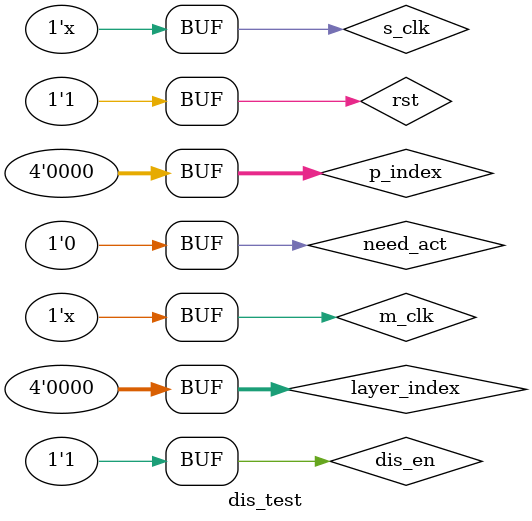
<source format=v>
`timescale 1ps/1ps
module dis_test;
  reg s_clk;
  reg l_clk;
  reg m_clk;
  
  always #1 s_clk = ~s_clk;
  always #10 m_clk = ~m_clk;
  reg[3:0] layer_index;
  reg[3:0] p_index;
  wire all_done;
  reg need_act;
  reg dis_en;
  reg rst;
  
 distributor dis(
.l_clk(l_clk),
.m_clk(m_clk),
.s_clk(s_clk),
.rst(rst),
.en(dis_en),
.layer_index(layer_index),
.all_done(all_done),
.need_act(need_act),
.p_index_in(p_index)
);

  
  initial
  begin
    s_clk = 0;
    m_clk = 0;
    p_index <= 0;
    layer_index <= 0;
    rst <= 1'b0;
    dis_en <= 1'b0;
    need_act <= 1'b0;
    
    #10
    rst<= 1'b1;
    dis_en <= 1'b1;
    
  end
endmodule
</source>
